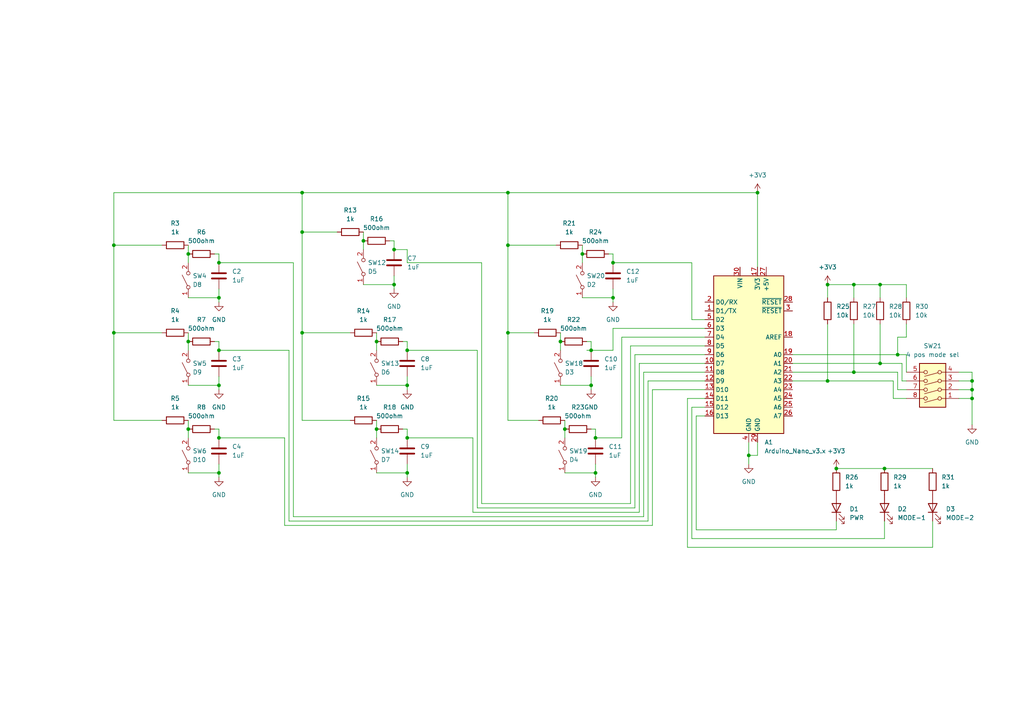
<source format=kicad_sch>
(kicad_sch (version 20211123) (generator eeschema)
  (paper "A4")
  (lib_symbols
    (symbol "Device:C" (pin_numbers hide) (pin_names (offset 0.254))
      (property "Reference" "C" (at 0.635 2.54 0))
      (property "Value" "C" (at 0.635 -2.54 0))
      (symbol "C_0_1"
        (polyline (pts (xy -2.032 -0.762) (xy 2.032 -0.762)) (stroke (width 0.508)))
        (polyline (pts (xy -2.032 0.762) (xy 2.032 0.762)) (stroke (width 0.508)))
      )
      (symbol "C_1_1"
        (pin passive line (at 0 3.81 270) (length 2.794) (name "~") (number "1"))
        (pin passive line (at 0 -3.81 90) (length 2.794) (name "~") (number "2"))
      )
    )
    (symbol "Device:LED" (pin_numbers hide) (pin_names (offset 1.016) hide)
      (property "Reference" "D" (at 0 2.54 0))
      (property "Value" "LED" (at 0 -2.54 0))
      (symbol "LED_0_1"
        (polyline (pts (xy -1.27 -1.27) (xy -1.27 1.27)) (stroke (width 0.254)))
        (polyline (pts (xy -1.27 0) (xy 1.27 0)))
        (polyline (pts (xy 1.27 -1.27) (xy 1.27 1.27) (xy -1.27 0) (xy 1.27 -1.27)) (stroke (width 0.254)))
        (polyline (pts (xy -3.048 -0.762) (xy -4.572 -2.286) (xy -3.81 -2.286) (xy -4.572 -2.286) (xy -4.572 -1.524)))
        (polyline (pts (xy -1.778 -0.762) (xy -3.302 -2.286) (xy -2.54 -2.286) (xy -3.302 -2.286) (xy -3.302 -1.524)))
      )
      (symbol "LED_1_1"
        (pin passive line (at -3.81 0 0) (length 2.54) (name "K") (number "1"))
        (pin passive line (at 3.81 0 180) (length 2.54) (name "A") (number "2"))
      )
    )
    (symbol "Device:R" (pin_numbers hide) (pin_names (offset 0))
      (property "Reference" "R" (at 2.032 0 90))
      (property "Value" "R" (at 0 0 90))
      (symbol "R_0_1"
        (rectangle (start -1.016 -2.54) (end 1.016 2.54) (stroke (width 0.254)))
      )
      (symbol "R_1_1"
        (pin passive line (at 0 3.81 270) (length 1.27) (name "~") (number "1"))
        (pin passive line (at 0 -3.81 90) (length 1.27) (name "~") (number "2"))
      )
    )
    (symbol "MCU_Module:Arduino_Nano_v3.x"
      (property "Reference" "A" (at -10.16 23.495 0))
      (property "Value" "Arduino_Nano_v3.x" (at 5.08 -24.13 0))
      (symbol "Arduino_Nano_v3.x_0_1"
        (rectangle (start -10.16 22.86) (end 10.16 -22.86) (stroke (width 0.254)) (fill (type background)))
      )
      (symbol "Arduino_Nano_v3.x_1_1"
        (pin bidirectional line (at -12.7 12.7 0) (length 2.54) (name "D1/TX") (number "1"))
        (pin bidirectional line (at -12.7 -2.54 0) (length 2.54) (name "D7") (number "10"))
        (pin bidirectional line (at -12.7 -5.08 0) (length 2.54) (name "D8") (number "11"))
        (pin bidirectional line (at -12.7 -7.62 0) (length 2.54) (name "D9") (number "12"))
        (pin bidirectional line (at -12.7 -10.16 0) (length 2.54) (name "D10") (number "13"))
        (pin bidirectional line (at -12.7 -12.7 0) (length 2.54) (name "D11") (number "14"))
        (pin bidirectional line (at -12.7 -15.24 0) (length 2.54) (name "D12") (number "15"))
        (pin bidirectional line (at -12.7 -17.78 0) (length 2.54) (name "D13") (number "16"))
        (pin power_out line (at 2.54 25.4 270) (length 2.54) (name "3V3") (number "17"))
        (pin input line (at 12.7 5.08 180) (length 2.54) (name "AREF") (number "18"))
        (pin bidirectional line (at 12.7 0 180) (length 2.54) (name "A0") (number "19"))
        (pin bidirectional line (at -12.7 15.24 0) (length 2.54) (name "D0/RX") (number "2"))
        (pin bidirectional line (at 12.7 -2.54 180) (length 2.54) (name "A1") (number "20"))
        (pin bidirectional line (at 12.7 -5.08 180) (length 2.54) (name "A2") (number "21"))
        (pin bidirectional line (at 12.7 -7.62 180) (length 2.54) (name "A3") (number "22"))
        (pin bidirectional line (at 12.7 -10.16 180) (length 2.54) (name "A4") (number "23"))
        (pin bidirectional line (at 12.7 -12.7 180) (length 2.54) (name "A5") (number "24"))
        (pin bidirectional line (at 12.7 -15.24 180) (length 2.54) (name "A6") (number "25"))
        (pin bidirectional line (at 12.7 -17.78 180) (length 2.54) (name "A7") (number "26"))
        (pin power_out line (at 5.08 25.4 270) (length 2.54) (name "+5V") (number "27"))
        (pin input line (at 12.7 15.24 180) (length 2.54) (name "~{RESET}") (number "28"))
        (pin power_in line (at 2.54 -25.4 90) (length 2.54) (name "GND") (number "29"))
        (pin input line (at 12.7 12.7 180) (length 2.54) (name "~{RESET}") (number "3"))
        (pin power_in line (at -2.54 25.4 270) (length 2.54) (name "VIN") (number "30"))
        (pin power_in line (at 0 -25.4 90) (length 2.54) (name "GND") (number "4"))
        (pin bidirectional line (at -12.7 10.16 0) (length 2.54) (name "D2") (number "5"))
        (pin bidirectional line (at -12.7 7.62 0) (length 2.54) (name "D3") (number "6"))
        (pin bidirectional line (at -12.7 5.08 0) (length 2.54) (name "D4") (number "7"))
        (pin bidirectional line (at -12.7 2.54 0) (length 2.54) (name "D5") (number "8"))
        (pin bidirectional line (at -12.7 0 0) (length 2.54) (name "D6") (number "9"))
      )
    )
    (symbol "Switch:SW_DIP_x04" (pin_names (offset 0) hide)
      (property "Reference" "SW" (at 0 8.89 0))
      (property "Value" "SW_DIP_x04" (at 0 -6.35 0))
      (symbol "SW_DIP_x04_0_0"
        (circle (center -2.032 -2.54) (radius 0.508))
        (circle (center -2.032 0) (radius 0.508))
        (circle (center -2.032 2.54) (radius 0.508))
        (circle (center -2.032 5.08) (radius 0.508))
        (polyline (pts (xy -1.524 -2.3876) (xy 2.3622 -1.3462)))
        (polyline (pts (xy -1.524 0.127) (xy 2.3622 1.1684)))
        (polyline (pts (xy -1.524 2.667) (xy 2.3622 3.7084)))
        (polyline (pts (xy -1.524 5.207) (xy 2.3622 6.2484)))
        (circle (center 2.032 -2.54) (radius 0.508))
        (circle (center 2.032 0) (radius 0.508))
        (circle (center 2.032 2.54) (radius 0.508))
        (circle (center 2.032 5.08) (radius 0.508))
      )
      (symbol "SW_DIP_x04_0_1"
        (rectangle (start -3.81 7.62) (end 3.81 -5.08) (stroke (width 0.254)) (fill (type background)))
      )
      (symbol "SW_DIP_x04_1_1"
        (pin passive line (at -7.62 5.08 0) (length 5.08) (name "~") (number "1"))
        (pin passive line (at -7.62 2.54 0) (length 5.08) (name "~") (number "2"))
        (pin passive line (at -7.62 0 0) (length 5.08) (name "~") (number "3"))
        (pin passive line (at -7.62 -2.54 0) (length 5.08) (name "~") (number "4"))
        (pin passive line (at 7.62 -2.54 180) (length 5.08) (name "~") (number "5"))
        (pin passive line (at 7.62 0 180) (length 5.08) (name "~") (number "6"))
        (pin passive line (at 7.62 2.54 180) (length 5.08) (name "~") (number "7"))
        (pin passive line (at 7.62 5.08 180) (length 5.08) (name "~") (number "8"))
      )
    )
    (symbol "Switch:SW_SPST" (pin_names (offset 0) hide)
      (property "Reference" "SW" (at 0 3.175 0))
      (property "Value" "SW_SPST" (at 0 -2.54 0))
      (symbol "SW_SPST_0_0"
        (circle (center -2.032 0) (radius 0.508))
        (polyline (pts (xy -1.524 0.254) (xy 1.524 1.778)))
        (circle (center 2.032 0) (radius 0.508))
      )
      (symbol "SW_SPST_1_1"
        (pin passive line (at -5.08 0 0) (length 2.54) (name "A") (number "1"))
        (pin passive line (at 5.08 0 180) (length 2.54) (name "B") (number "2"))
      )
    )
    (symbol "power:+3.3V" (power) (pin_names (offset 0))
      (property "Value" "+3.3V" (at 0 3.556 0))
      (symbol "+3.3V_0_1"
        (polyline (pts (xy -0.762 1.27) (xy 0 2.54)))
        (polyline (pts (xy 0 0) (xy 0 2.54)))
        (polyline (pts (xy 0 2.54) (xy 0.762 1.27)))
      )
      (symbol "+3.3V_1_1"
        (pin power_in line (at 0 0 90) (length 0) hide (name "+3V3") (number "1"))
      )
    )
    (symbol "power:GND" (power) (pin_names (offset 0))
      (property "Value" "GND" (at 0 -3.81 0))
      (symbol "GND_0_1"
        (polyline (pts (xy 0 0) (xy 0 -1.27) (xy 1.27 -1.27) (xy 0 -2.54) (xy -1.27 -1.27) (xy 0 -1.27)))
      )
      (symbol "GND_1_1"
        (pin power_in line (at 0 0 270) (length 0) hide (name "GND") (number "1"))
      )
    )
  )
  (junction (at 105.41 69.85))
  (junction (at 63.5 127))
  (junction (at 87.63 96.52))
  (junction (at 171.45 111.76))
  (junction (at 281.94 113.03))
  (junction (at 240.03 82.55))
  (junction (at 87.63 67.31))
  (junction (at 54.61 73.66))
  (junction (at 109.22 99.06))
  (junction (at 162.56 99.06))
  (junction (at 118.11 127))
  (junction (at 118.11 101.6))
  (junction (at 33.02 96.52))
  (junction (at 63.5 86.36))
  (junction (at 255.27 105.41))
  (junction (at 114.3 72.39))
  (junction (at 247.65 82.55))
  (junction (at 177.8 76.2))
  (junction (at 109.22 124.46))
  (junction (at 281.94 115.57))
  (junction (at 118.11 137.16))
  (junction (at 240.03 110.49))
  (junction (at 33.02 71.12))
  (junction (at 256.54 135.89))
  (junction (at 54.61 124.46))
  (junction (at 281.94 110.49))
  (junction (at 171.45 101.6))
  (junction (at 172.72 127))
  (junction (at 118.11 111.76))
  (junction (at 163.83 124.46))
  (junction (at 63.5 137.16))
  (junction (at 63.5 101.6))
  (junction (at 114.3 82.55))
  (junction (at 147.32 71.12))
  (junction (at 54.61 99.06))
  (junction (at 219.71 55.88))
  (junction (at 168.91 73.66))
  (junction (at 260.35 102.87))
  (junction (at 87.63 55.88))
  (junction (at 255.27 82.55))
  (junction (at 217.17 132.08))
  (junction (at 177.8 86.36))
  (junction (at 147.32 96.52))
  (junction (at 147.32 55.88))
  (junction (at 63.5 76.2))
  (junction (at 63.5 111.76))
  (junction (at 242.57 135.89))
  (junction (at 172.72 137.16))
  (junction (at 247.65 107.95))
  (wire (pts (xy 247.65 82.55) (xy 247.65 86.36)))
  (wire (pts (xy 186.69 149.86) (xy 186.69 107.95)))
  (wire (pts (xy 114.3 72.39) (xy 118.11 72.39)))
  (wire (pts (xy 177.8 95.25) (xy 204.47 95.25)))
  (wire (pts (xy 137.16 148.59) (xy 185.42 148.59)))
  (wire (pts (xy 242.57 135.89) (xy 256.54 135.89)))
  (wire (pts (xy 139.7 146.05) (xy 182.88 146.05)))
  (wire (pts (xy 200.66 118.11) (xy 204.47 118.11)))
  (wire (pts (xy 162.56 96.52) (xy 162.56 99.06)))
  (wire (pts (xy 118.11 111.76) (xy 118.11 113.03)))
  (wire (pts (xy 247.65 107.95) (xy 260.35 107.95)))
  (wire (pts (xy 63.5 127) (xy 82.55 127)))
  (wire (pts (xy 138.43 147.32) (xy 184.15 147.32)))
  (wire (pts (xy 63.5 83.82) (xy 63.5 86.36)))
  (wire (pts (xy 147.32 55.88) (xy 87.63 55.88)))
  (wire (pts (xy 172.72 127) (xy 180.34 127)))
  (wire (pts (xy 118.11 101.6) (xy 138.43 101.6)))
  (wire (pts (xy 109.22 137.16) (xy 118.11 137.16)))
  (wire (pts (xy 260.35 102.87) (xy 262.89 102.87)))
  (wire (pts (xy 63.5 73.66) (xy 62.23 73.66)))
  (wire (pts (xy 201.93 153.67) (xy 242.57 153.67)))
  (wire (pts (xy 118.11 76.2) (xy 118.11 72.39)))
  (wire (pts (xy 87.63 96.52) (xy 87.63 121.92)))
  (wire (pts (xy 229.87 110.49) (xy 240.03 110.49)))
  (wire (pts (xy 262.89 97.79) (xy 260.35 97.79)))
  (wire (pts (xy 83.82 151.13) (xy 187.96 151.13)))
  (wire (pts (xy 82.55 152.4) (xy 189.23 152.4)))
  (wire (pts (xy 172.72 127) (xy 172.72 124.46)))
  (wire (pts (xy 147.32 55.88) (xy 147.32 71.12)))
  (wire (pts (xy 63.5 76.2) (xy 63.5 73.66)))
  (wire (pts (xy 171.45 101.6) (xy 171.45 99.06)))
  (wire (pts (xy 186.69 107.95) (xy 204.47 107.95)))
  (wire (pts (xy 138.43 101.6) (xy 138.43 147.32)))
  (wire (pts (xy 217.17 132.08) (xy 217.17 134.62)))
  (wire (pts (xy 184.15 102.87) (xy 184.15 147.32)))
  (wire (pts (xy 63.5 137.16) (xy 63.5 138.43)))
  (wire (pts (xy 171.45 111.76) (xy 171.45 113.03)))
  (wire (pts (xy 163.83 137.16) (xy 172.72 137.16)))
  (wire (pts (xy 199.39 115.57) (xy 199.39 158.75)))
  (wire (pts (xy 139.7 76.2) (xy 139.7 146.05)))
  (wire (pts (xy 54.61 124.46) (xy 54.61 127)))
  (wire (pts (xy 54.61 137.16) (xy 63.5 137.16)))
  (wire (pts (xy 118.11 134.62) (xy 118.11 137.16)))
  (wire (pts (xy 247.65 82.55) (xy 255.27 82.55)))
  (wire (pts (xy 200.66 156.21) (xy 200.66 118.11)))
  (wire (pts (xy 180.34 127) (xy 180.34 97.79)))
  (wire (pts (xy 199.39 158.75) (xy 270.51 158.75)))
  (wire (pts (xy 118.11 76.2) (xy 139.7 76.2)))
  (wire (pts (xy 200.66 76.2) (xy 200.66 92.71)))
  (wire (pts (xy 163.83 124.46) (xy 163.83 127)))
  (wire (pts (xy 168.91 71.12) (xy 168.91 73.66)))
  (wire (pts (xy 118.11 99.06) (xy 116.84 99.06)))
  (wire (pts (xy 63.5 86.36) (xy 63.5 87.63)))
  (wire (pts (xy 240.03 86.36) (xy 240.03 82.55)))
  (wire (pts (xy 114.3 72.39) (xy 114.3 69.85)))
  (wire (pts (xy 219.71 77.47) (xy 219.71 55.88)))
  (wire (pts (xy 63.5 111.76) (xy 63.5 113.03)))
  (wire (pts (xy 170.18 101.6) (xy 171.45 101.6)))
  (wire (pts (xy 229.87 102.87) (xy 260.35 102.87)))
  (wire (pts (xy 118.11 127) (xy 118.11 124.46)))
  (wire (pts (xy 85.09 149.86) (xy 186.69 149.86)))
  (wire (pts (xy 118.11 137.16) (xy 118.11 138.43)))
  (wire (pts (xy 172.72 124.46) (xy 171.45 124.46)))
  (wire (pts (xy 219.71 128.27) (xy 219.71 132.08)))
  (wire (pts (xy 171.45 99.06) (xy 170.18 99.06)))
  (wire (pts (xy 87.63 96.52) (xy 101.6 96.52)))
  (wire (pts (xy 240.03 110.49) (xy 259.08 110.49)))
  (wire (pts (xy 262.89 102.87) (xy 262.89 107.95)))
  (wire (pts (xy 177.8 83.82) (xy 177.8 86.36)))
  (wire (pts (xy 147.32 96.52) (xy 147.32 121.92)))
  (wire (pts (xy 255.27 93.98) (xy 255.27 105.41)))
  (wire (pts (xy 177.8 101.6) (xy 177.8 95.25)))
  (wire (pts (xy 163.83 121.92) (xy 163.83 124.46)))
  (wire (pts (xy 229.87 105.41) (xy 255.27 105.41)))
  (wire (pts (xy 54.61 111.76) (xy 63.5 111.76)))
  (wire (pts (xy 147.32 96.52) (xy 154.94 96.52)))
  (wire (pts (xy 109.22 96.52) (xy 109.22 99.06)))
  (wire (pts (xy 261.62 110.49) (xy 262.89 110.49)))
  (wire (pts (xy 217.17 128.27) (xy 217.17 132.08)))
  (wire (pts (xy 177.8 86.36) (xy 177.8 87.63)))
  (wire (pts (xy 281.94 110.49) (xy 278.13 110.49)))
  (wire (pts (xy 33.02 71.12) (xy 46.99 71.12)))
  (wire (pts (xy 256.54 151.13) (xy 256.54 156.21)))
  (wire (pts (xy 87.63 121.92) (xy 101.6 121.92)))
  (wire (pts (xy 256.54 135.89) (xy 270.51 135.89)))
  (wire (pts (xy 87.63 67.31) (xy 87.63 96.52)))
  (wire (pts (xy 109.22 111.76) (xy 118.11 111.76)))
  (wire (pts (xy 259.08 110.49) (xy 259.08 115.57)))
  (wire (pts (xy 262.89 82.55) (xy 262.89 86.36)))
  (wire (pts (xy 260.35 107.95) (xy 260.35 113.03)))
  (wire (pts (xy 281.94 113.03) (xy 281.94 115.57)))
  (wire (pts (xy 229.87 107.95) (xy 247.65 107.95)))
  (wire (pts (xy 109.22 124.46) (xy 109.22 127)))
  (wire (pts (xy 185.42 105.41) (xy 204.47 105.41)))
  (wire (pts (xy 137.16 127) (xy 137.16 148.59)))
  (wire (pts (xy 260.35 97.79) (xy 260.35 102.87)))
  (wire (pts (xy 63.5 127) (xy 63.5 124.46)))
  (wire (pts (xy 33.02 55.88) (xy 87.63 55.88)))
  (wire (pts (xy 54.61 99.06) (xy 54.61 101.6)))
  (wire (pts (xy 33.02 121.92) (xy 46.99 121.92)))
  (wire (pts (xy 255.27 82.55) (xy 262.89 82.55)))
  (wire (pts (xy 172.72 134.62) (xy 172.72 137.16)))
  (wire (pts (xy 87.63 67.31) (xy 97.79 67.31)))
  (wire (pts (xy 180.34 97.79) (xy 204.47 97.79)))
  (wire (pts (xy 54.61 86.36) (xy 63.5 86.36)))
  (wire (pts (xy 262.89 93.98) (xy 262.89 97.79)))
  (wire (pts (xy 185.42 148.59) (xy 185.42 105.41)))
  (wire (pts (xy 240.03 93.98) (xy 240.03 110.49)))
  (wire (pts (xy 278.13 115.57) (xy 281.94 115.57)))
  (wire (pts (xy 168.91 73.66) (xy 168.91 76.2)))
  (wire (pts (xy 54.61 121.92) (xy 54.61 124.46)))
  (wire (pts (xy 261.62 105.41) (xy 261.62 110.49)))
  (wire (pts (xy 240.03 82.55) (xy 247.65 82.55)))
  (wire (pts (xy 187.96 110.49) (xy 204.47 110.49)))
  (wire (pts (xy 54.61 96.52) (xy 54.61 99.06)))
  (wire (pts (xy 172.72 137.16) (xy 172.72 138.43)))
  (wire (pts (xy 281.94 115.57) (xy 281.94 123.19)))
  (wire (pts (xy 118.11 101.6) (xy 118.11 99.06)))
  (wire (pts (xy 63.5 101.6) (xy 63.5 99.06)))
  (wire (pts (xy 177.8 73.66) (xy 176.53 73.66)))
  (wire (pts (xy 177.8 76.2) (xy 200.66 76.2)))
  (wire (pts (xy 109.22 99.06) (xy 109.22 101.6)))
  (wire (pts (xy 147.32 121.92) (xy 156.21 121.92)))
  (wire (pts (xy 171.45 101.6) (xy 177.8 101.6)))
  (wire (pts (xy 182.88 146.05) (xy 182.88 100.33)))
  (wire (pts (xy 105.41 69.85) (xy 105.41 72.39)))
  (wire (pts (xy 278.13 107.95) (xy 281.94 107.95)))
  (wire (pts (xy 189.23 113.03) (xy 204.47 113.03)))
  (wire (pts (xy 33.02 71.12) (xy 33.02 96.52)))
  (wire (pts (xy 118.11 127) (xy 137.16 127)))
  (wire (pts (xy 118.11 124.46) (xy 116.84 124.46)))
  (wire (pts (xy 109.22 121.92) (xy 109.22 124.46)))
  (wire (pts (xy 63.5 101.6) (xy 83.82 101.6)))
  (wire (pts (xy 270.51 158.75) (xy 270.51 151.13)))
  (wire (pts (xy 168.91 86.36) (xy 177.8 86.36)))
  (wire (pts (xy 255.27 82.55) (xy 255.27 86.36)))
  (wire (pts (xy 63.5 76.2) (xy 85.09 76.2)))
  (wire (pts (xy 33.02 96.52) (xy 46.99 96.52)))
  (wire (pts (xy 147.32 71.12) (xy 161.29 71.12)))
  (wire (pts (xy 54.61 73.66) (xy 54.61 76.2)))
  (wire (pts (xy 278.13 113.03) (xy 281.94 113.03)))
  (wire (pts (xy 147.32 71.12) (xy 147.32 96.52)))
  (wire (pts (xy 114.3 69.85) (xy 113.03 69.85)))
  (wire (pts (xy 54.61 71.12) (xy 54.61 73.66)))
  (wire (pts (xy 260.35 113.03) (xy 262.89 113.03)))
  (wire (pts (xy 63.5 124.46) (xy 62.23 124.46)))
  (wire (pts (xy 114.3 82.55) (xy 114.3 83.82)))
  (wire (pts (xy 162.56 111.76) (xy 171.45 111.76)))
  (wire (pts (xy 82.55 127) (xy 82.55 152.4)))
  (wire (pts (xy 63.5 99.06) (xy 62.23 99.06)))
  (wire (pts (xy 162.56 99.06) (xy 162.56 101.6)))
  (wire (pts (xy 201.93 153.67) (xy 201.93 120.65)))
  (wire (pts (xy 189.23 152.4) (xy 189.23 113.03)))
  (wire (pts (xy 182.88 100.33) (xy 204.47 100.33)))
  (wire (pts (xy 200.66 92.71) (xy 204.47 92.71)))
  (wire (pts (xy 63.5 109.22) (xy 63.5 111.76)))
  (wire (pts (xy 147.32 55.88) (xy 219.71 55.88)))
  (wire (pts (xy 177.8 76.2) (xy 177.8 73.66)))
  (wire (pts (xy 219.71 132.08) (xy 217.17 132.08)))
  (wire (pts (xy 33.02 55.88) (xy 33.02 71.12)))
  (wire (pts (xy 171.45 109.22) (xy 171.45 111.76)))
  (wire (pts (xy 247.65 93.98) (xy 247.65 107.95)))
  (wire (pts (xy 87.63 55.88) (xy 87.63 67.31)))
  (wire (pts (xy 114.3 80.01) (xy 114.3 82.55)))
  (wire (pts (xy 281.94 110.49) (xy 281.94 113.03)))
  (wire (pts (xy 201.93 120.65) (xy 204.47 120.65)))
  (wire (pts (xy 184.15 102.87) (xy 204.47 102.87)))
  (wire (pts (xy 200.66 156.21) (xy 256.54 156.21)))
  (wire (pts (xy 255.27 105.41) (xy 261.62 105.41)))
  (wire (pts (xy 118.11 109.22) (xy 118.11 111.76)))
  (wire (pts (xy 105.41 82.55) (xy 114.3 82.55)))
  (wire (pts (xy 63.5 134.62) (xy 63.5 137.16)))
  (wire (pts (xy 187.96 151.13) (xy 187.96 110.49)))
  (wire (pts (xy 33.02 96.52) (xy 33.02 121.92)))
  (wire (pts (xy 242.57 151.13) (xy 242.57 153.67)))
  (wire (pts (xy 105.41 67.31) (xy 105.41 69.85)))
  (wire (pts (xy 259.08 115.57) (xy 262.89 115.57)))
  (wire (pts (xy 204.47 115.57) (xy 199.39 115.57)))
  (wire (pts (xy 281.94 107.95) (xy 281.94 110.49)))
  (wire (pts (xy 85.09 76.2) (xy 85.09 149.86)))
  (wire (pts (xy 83.82 101.6) (xy 83.82 151.13)))
  (symbol (lib_id "Device:R") (at 50.8 71.12 270) (unit 1)
    (property "Reference" "R3" (at 50.8 64.77 90))
    (property "Value" "1k" (at 50.8 67.31 90))
    (property "Footprint" "Resistor_SMD:R_0805_2012Metric_Pad1.20x1.40mm_HandSolder" (effects hide))
  )
  (symbol (lib_id "MCU_Module:Arduino_Nano_v3.x") (at 217.17 102.87 0) (unit 1)
    (property "Reference" "A1" (at 221.7294 128.27 0) (effects (justify left)))
    (property "Value" "Arduino_Nano_v3.x" (at 221.7294 130.81 0) (effects (justify left)))
    (property "Footprint" "Module:Arduino_Nano" (effects hide))
    (property "Datasheet" "http://www.mouser.com/pdfdocs/Gravitech_Arduino_Nano3_0.pdf" (effects hide))
  )
  (symbol (lib_id "Switch:SW_DIP_x04") (at 270.51 110.49 180) (unit 1)
    (property "Reference" "SW21" (at 270.51 100.33 0))
    (property "Value" "4 pos mode sel" (at 270.51 102.87 0))
    (property "Footprint" "Package_DIP:DIP-8_W7.62mm" (effects hide))
  )
  (symbol (lib_id "Switch:SW_SPST") (at 168.91 81.28 90) (unit 1)
    (property "Reference" "SW20" (at 170.18 80.0099 90) (effects (justify right)))
    (property "Value" "D2" (at 170.18 82.5499 90) (effects (justify right)))
    (property "Footprint" "Button_Switch_Keyboard:SW_Cherry_MX_1.00u_PCB" (effects hide))
  )
  (symbol (lib_id "Device:R") (at 109.22 69.85 270) (unit 1)
    (property "Reference" "R16" (at 109.22 63.5 90))
    (property "Value" "500ohm" (at 109.22 66.04 90))
    (property "Footprint" "Resistor_SMD:R_0805_2012Metric_Pad1.20x1.40mm_HandSolder" (effects hide))
  )
  (symbol (lib_id "Device:R") (at 247.65 90.17 0) (unit 1)
    (property "Reference" "R27" (at 250.19 88.8999 0) (effects (justify left)))
    (property "Value" "10k" (at 250.19 91.4399 0) (effects (justify left)))
    (property "Footprint" "Resistor_SMD:R_0805_2012Metric_Pad1.20x1.40mm_HandSolder" (effects hide))
  )
  (symbol (lib_id "Device:R") (at 105.41 121.92 270) (unit 1)
    (property "Reference" "R15" (at 105.41 115.57 90))
    (property "Value" "1k" (at 105.41 118.11 90))
    (property "Footprint" "Resistor_SMD:R_0805_2012Metric_Pad1.20x1.40mm_HandSolder" (effects hide))
  )
  (symbol (lib_id "Device:R") (at 160.02 121.92 270) (unit 1)
    (property "Reference" "R20" (at 160.02 115.57 90))
    (property "Value" "1k" (at 160.02 118.11 90))
    (property "Footprint" "Resistor_SMD:R_0805_2012Metric_Pad1.20x1.40mm_HandSolder" (effects hide))
  )
  (symbol (lib_id "power:GND") (at 281.94 123.19 0) (unit 1)
    (property "Reference" "#PWR0112" (effects hide))
    (property "Value" "GND" (at 281.94 128.27 0))
  )
  (symbol (lib_id "Device:R") (at 113.03 124.46 270) (unit 1)
    (property "Reference" "R18" (at 113.03 118.11 90))
    (property "Value" "500ohm" (at 113.03 120.65 90))
    (property "Footprint" "Resistor_SMD:R_0805_2012Metric_Pad1.20x1.40mm_HandSolder" (effects hide))
  )
  (symbol (lib_id "Device:C") (at 63.5 130.81 0) (unit 1)
    (property "Reference" "C4" (at 67.31 129.5399 0) (effects (justify left)))
    (property "Value" "1uF" (at 67.31 132.0799 0) (effects (justify left)))
    (property "Footprint" "Capacitor_SMD:C_0805_2012Metric_Pad1.18x1.45mm_HandSolder" (effects hide))
  )
  (symbol (lib_id "Device:R") (at 105.41 96.52 270) (unit 1)
    (property "Reference" "R14" (at 105.41 90.17 90))
    (property "Value" "1k" (at 105.41 92.71 90))
    (property "Footprint" "Resistor_SMD:R_0805_2012Metric_Pad1.20x1.40mm_HandSolder" (effects hide))
  )
  (symbol (lib_id "Device:R") (at 58.42 99.06 270) (unit 1)
    (property "Reference" "R7" (at 58.42 92.71 90))
    (property "Value" "500ohm" (at 58.42 95.25 90))
    (property "Footprint" "Resistor_SMD:R_0805_2012Metric_Pad1.20x1.40mm_HandSolder" (effects hide))
  )
  (symbol (lib_id "Device:R") (at 240.03 90.17 0) (unit 1)
    (property "Reference" "R25" (at 242.57 88.8999 0) (effects (justify left)))
    (property "Value" "10k" (at 242.57 91.4399 0) (effects (justify left)))
    (property "Footprint" "Resistor_SMD:R_0805_2012Metric_Pad1.20x1.40mm_HandSolder" (effects hide))
  )
  (symbol (lib_id "Switch:SW_SPST") (at 163.83 132.08 90) (unit 1)
    (property "Reference" "SW19" (at 165.1 130.8099 90) (effects (justify right)))
    (property "Value" "D4" (at 165.1 133.3499 90) (effects (justify right)))
    (property "Footprint" "Button_Switch_Keyboard:SW_Cherry_MX_1.00u_PCB" (effects hide))
  )
  (symbol (lib_id "Device:C") (at 177.8 80.01 0) (unit 1)
    (property "Reference" "C12" (at 181.61 78.7399 0) (effects (justify left)))
    (property "Value" "1uF" (at 181.61 81.2799 0) (effects (justify left)))
    (property "Footprint" "Capacitor_SMD:C_0805_2012Metric_Pad1.18x1.45mm_HandSolder" (effects hide))
  )
  (symbol (lib_id "Device:R") (at 101.6 67.31 270) (unit 1)
    (property "Reference" "R13" (at 101.6 60.96 90))
    (property "Value" "1k" (at 101.6 63.5 90))
    (property "Footprint" "Resistor_SMD:R_0805_2012Metric_Pad1.20x1.40mm_HandSolder" (effects hide))
  )
  (symbol (lib_id "Device:R") (at 158.75 96.52 270) (unit 1)
    (property "Reference" "R19" (at 158.75 90.17 90))
    (property "Value" "1k" (at 158.75 92.71 90))
    (property "Footprint" "Resistor_SMD:R_0805_2012Metric_Pad1.20x1.40mm_HandSolder" (effects hide))
  )
  (symbol (lib_id "Device:C") (at 118.11 105.41 0) (unit 1)
    (property "Reference" "C8" (at 121.92 104.1399 0) (effects (justify left)))
    (property "Value" "1uF" (at 121.92 106.6799 0) (effects (justify left)))
    (property "Footprint" "Capacitor_SMD:C_0805_2012Metric_Pad1.18x1.45mm_HandSolder" (effects hide))
  )
  (symbol (lib_id "power:GND") (at 63.5 87.63 0) (unit 1)
    (property "Reference" "#PWR0116" (effects hide))
    (property "Value" "GND" (at 63.5 92.71 0))
  )
  (symbol (lib_id "power:GND") (at 118.11 113.03 0) (unit 1)
    (property "Reference" "#PWR0110" (effects hide))
    (property "Value" "GND" (at 118.11 118.11 0))
  )
  (symbol (lib_id "power:GND") (at 63.5 113.03 0) (unit 1)
    (property "Reference" "#PWR0117" (effects hide))
    (property "Value" "GND" (at 63.5 118.11 0))
  )
  (symbol (lib_id "Switch:SW_SPST") (at 54.61 81.28 90) (unit 1)
    (property "Reference" "SW4" (at 55.88 80.0099 90) (effects (justify right)))
    (property "Value" "D8" (at 55.88 82.5499 90) (effects (justify right)))
    (property "Footprint" "Button_Switch_Keyboard:SW_Cherry_MX_1.00u_PCB" (effects hide))
  )
  (symbol (lib_id "Device:R") (at 256.54 139.7 0) (unit 1)
    (property "Reference" "R29" (at 259.08 138.4299 0) (effects (justify left)))
    (property "Value" "1k" (at 259.08 140.9699 0) (effects (justify left)))
    (property "Footprint" "Resistor_SMD:R_0805_2012Metric_Pad1.20x1.40mm_HandSolder" (effects hide))
  )
  (symbol (lib_id "Device:R") (at 167.64 124.46 270) (unit 1)
    (property "Reference" "R23" (at 167.64 118.11 90))
    (property "Value" "500ohm" (at 167.64 120.65 90))
    (property "Footprint" "Resistor_SMD:R_0805_2012Metric_Pad1.20x1.40mm_HandSolder" (effects hide))
  )
  (symbol (lib_id "Device:R") (at 166.37 99.06 270) (unit 1)
    (property "Reference" "R22" (at 166.37 92.71 90))
    (property "Value" "500ohm" (at 166.37 95.25 90))
    (property "Footprint" "Resistor_SMD:R_0805_2012Metric_Pad1.20x1.40mm_HandSolder" (effects hide))
  )
  (symbol (lib_id "Device:C") (at 114.3 76.2 0) (unit 1)
    (property "Reference" "C7" (at 118.11 74.9299 0) (effects (justify left)))
    (property "Value" "1uF" (at 118.11 77.4699 0) (effects (justify left)))
    (property "Footprint" "Capacitor_SMD:C_0805_2012Metric_Pad1.18x1.45mm_HandSolder" (effects hide))
  )
  (symbol (lib_id "Device:R") (at 242.57 139.7 0) (unit 1)
    (property "Reference" "R26" (at 245.11 138.4299 0) (effects (justify left)))
    (property "Value" "1k" (at 245.11 140.9699 0) (effects (justify left)))
    (property "Footprint" "Resistor_SMD:R_0805_2012Metric_Pad1.20x1.40mm_HandSolder" (effects hide))
  )
  (symbol (lib_id "power:+3.3V") (at 240.03 82.55 0) (unit 1)
    (property "Reference" "#PWR0111" (effects hide))
    (property "Value" "+3.3V" (at 240.03 77.47 0))
  )
  (symbol (lib_id "Device:C") (at 172.72 130.81 0) (unit 1)
    (property "Reference" "C11" (at 176.53 129.5399 0) (effects (justify left)))
    (property "Value" "1uF" (at 176.53 132.0799 0) (effects (justify left)))
    (property "Footprint" "Capacitor_SMD:C_0805_2012Metric_Pad1.18x1.45mm_HandSolder" (effects hide))
  )
  (symbol (lib_id "power:GND") (at 217.17 134.62 0) (unit 1)
    (property "Reference" "#PWR0114" (effects hide))
    (property "Value" "GND" (at 217.17 139.7 0))
  )
  (symbol (lib_id "Device:R") (at 58.42 73.66 270) (unit 1)
    (property "Reference" "R6" (at 58.42 67.31 90))
    (property "Value" "500ohm" (at 58.42 69.85 90))
    (property "Footprint" "Resistor_SMD:R_0805_2012Metric_Pad1.20x1.40mm_HandSolder" (effects hide))
  )
  (symbol (lib_id "Device:C") (at 118.11 130.81 0) (unit 1)
    (property "Reference" "C9" (at 121.92 129.5399 0) (effects (justify left)))
    (property "Value" "1uF" (at 121.92 132.0799 0) (effects (justify left)))
    (property "Footprint" "Capacitor_SMD:C_0805_2012Metric_Pad1.18x1.45mm_HandSolder" (effects hide))
  )
  (symbol (lib_id "power:GND") (at 177.8 87.63 0) (unit 1)
    (property "Reference" "#PWR0103" (effects hide))
    (property "Value" "GND" (at 177.8 92.71 0))
  )
  (symbol (lib_id "Switch:SW_SPST") (at 54.61 106.68 90) (unit 1)
    (property "Reference" "SW5" (at 55.88 105.4099 90) (effects (justify right)))
    (property "Value" "D9" (at 55.88 107.9499 90) (effects (justify right)))
    (property "Footprint" "Button_Switch_Keyboard:SW_Cherry_MX_1.00u_PCB" (effects hide))
  )
  (symbol (lib_id "Device:LED") (at 242.57 147.32 90) (unit 1)
    (property "Reference" "D1" (at 246.38 147.6374 90) (effects (justify right)))
    (property "Value" "PWR" (at 246.38 150.1774 90) (effects (justify right)))
    (property "Footprint" "LED_SMD:LED_0805_2012Metric_Pad1.15x1.40mm_HandSolder" (effects hide))
  )
  (symbol (lib_id "Device:R") (at 255.27 90.17 0) (unit 1)
    (property "Reference" "R28" (at 257.81 88.8999 0) (effects (justify left)))
    (property "Value" "10k" (at 257.81 91.4399 0) (effects (justify left)))
    (property "Footprint" "Resistor_SMD:R_0805_2012Metric_Pad1.20x1.40mm_HandSolder" (effects hide))
  )
  (symbol (lib_id "Device:R") (at 172.72 73.66 270) (unit 1)
    (property "Reference" "R24" (at 172.72 67.31 90))
    (property "Value" "500ohm" (at 172.72 69.85 90))
    (property "Footprint" "Resistor_SMD:R_0805_2012Metric_Pad1.20x1.40mm_HandSolder" (effects hide))
  )
  (symbol (lib_id "Device:R") (at 50.8 121.92 270) (unit 1)
    (property "Reference" "R5" (at 50.8 115.57 90))
    (property "Value" "1k" (at 50.8 118.11 90))
    (property "Footprint" "Resistor_SMD:R_0805_2012Metric_Pad1.20x1.40mm_HandSolder" (effects hide))
  )
  (symbol (lib_id "Device:C") (at 63.5 105.41 0) (unit 1)
    (property "Reference" "C3" (at 67.31 104.1399 0) (effects (justify left)))
    (property "Value" "1uF" (at 67.31 106.6799 0) (effects (justify left)))
    (property "Footprint" "Capacitor_SMD:C_0805_2012Metric_Pad1.18x1.45mm_HandSolder" (effects hide))
  )
  (symbol (lib_id "Device:R") (at 113.03 99.06 270) (unit 1)
    (property "Reference" "R17" (at 113.03 92.71 90))
    (property "Value" "500ohm" (at 113.03 95.25 90))
    (property "Footprint" "Resistor_SMD:R_0805_2012Metric_Pad1.20x1.40mm_HandSolder" (effects hide))
  )
  (symbol (lib_id "Device:C") (at 171.45 105.41 0) (unit 1)
    (property "Reference" "C10" (at 175.26 104.1399 0) (effects (justify left)))
    (property "Value" "1uF" (at 175.26 106.6799 0) (effects (justify left)))
    (property "Footprint" "Capacitor_SMD:C_0805_2012Metric_Pad1.18x1.45mm_HandSolder" (effects hide))
  )
  (symbol (lib_id "Switch:SW_SPST") (at 162.56 106.68 90) (unit 1)
    (property "Reference" "SW18" (at 163.83 105.4099 90) (effects (justify right)))
    (property "Value" "D3" (at 163.83 107.9499 90) (effects (justify right)))
    (property "Footprint" "Button_Switch_Keyboard:SW_Cherry_MX_1.00u_PCB" (effects hide))
  )
  (symbol (lib_id "power:+3.3V") (at 219.71 55.88 0) (unit 1)
    (property "Reference" "#PWR0102" (effects hide))
    (property "Value" "+3.3V" (at 219.71 50.8 0))
  )
  (symbol (lib_id "Device:LED") (at 270.51 147.32 90) (unit 1)
    (property "Reference" "D3" (at 274.32 147.6374 90) (effects (justify right)))
    (property "Value" "MODE-2" (at 274.32 150.1774 90) (effects (justify right)))
    (property "Footprint" "LED_SMD:LED_0805_2012Metric_Pad1.15x1.40mm_HandSolder" (effects hide))
  )
  (symbol (lib_id "Device:R") (at 165.1 71.12 270) (unit 1)
    (property "Reference" "R21" (at 165.1 64.77 90))
    (property "Value" "1k" (at 165.1 67.31 90))
    (property "Footprint" "Resistor_SMD:R_0805_2012Metric_Pad1.20x1.40mm_HandSolder" (effects hide))
  )
  (symbol (lib_id "Switch:SW_SPST") (at 105.41 77.47 90) (unit 1)
    (property "Reference" "SW12" (at 106.68 76.1999 90) (effects (justify right)))
    (property "Value" "D5" (at 106.68 78.7399 90) (effects (justify right)))
    (property "Footprint" "Button_Switch_Keyboard:SW_Cherry_MX_1.00u_PCB" (effects hide))
  )
  (symbol (lib_id "Switch:SW_SPST") (at 109.22 106.68 90) (unit 1)
    (property "Reference" "SW13" (at 110.49 105.4099 90) (effects (justify right)))
    (property "Value" "D6" (at 110.49 107.9499 90) (effects (justify right)))
    (property "Footprint" "Button_Switch_Keyboard:SW_Cherry_MX_1.00u_PCB" (effects hide))
  )
  (symbol (lib_id "power:GND") (at 63.5 138.43 0) (unit 1)
    (property "Reference" "#PWR0118" (effects hide))
    (property "Value" "GND" (at 63.5 143.51 0))
  )
  (symbol (lib_id "Device:R") (at 262.89 90.17 0) (unit 1)
    (property "Reference" "R30" (at 265.43 88.8999 0) (effects (justify left)))
    (property "Value" "10k" (at 265.43 91.4399 0) (effects (justify left)))
    (property "Footprint" "Resistor_SMD:R_0805_2012Metric_Pad1.20x1.40mm_HandSolder" (effects hide))
  )
  (symbol (lib_id "power:+3.3V") (at 242.57 135.89 0) (unit 1)
    (property "Reference" "#PWR0113" (effects hide))
    (property "Value" "+3.3V" (at 242.57 130.81 0))
  )
  (symbol (lib_id "Device:R") (at 50.8 96.52 270) (unit 1)
    (property "Reference" "R4" (at 50.8 90.17 90))
    (property "Value" "1k" (at 50.8 92.71 90))
    (property "Footprint" "Resistor_SMD:R_0805_2012Metric_Pad1.20x1.40mm_HandSolder" (effects hide))
  )
  (symbol (lib_id "Switch:SW_SPST") (at 54.61 132.08 90) (unit 1)
    (property "Reference" "SW6" (at 55.88 130.8099 90) (effects (justify right)))
    (property "Value" "D10" (at 55.88 133.3499 90) (effects (justify right)))
    (property "Footprint" "Button_Switch_Keyboard:SW_Cherry_MX_1.00u_PCB" (effects hide))
  )
  (symbol (lib_id "power:GND") (at 118.11 138.43 0) (unit 1)
    (property "Reference" "#PWR0115" (effects hide))
    (property "Value" "GND" (at 118.11 143.51 0))
  )
  (symbol (lib_id "Device:LED") (at 256.54 147.32 90) (unit 1)
    (property "Reference" "D2" (at 260.35 147.6374 90) (effects (justify right)))
    (property "Value" "MODE-1" (at 260.35 150.1774 90) (effects (justify right)))
    (property "Footprint" "LED_SMD:LED_0805_2012Metric_Pad1.15x1.40mm_HandSolder" (effects hide))
  )
  (symbol (lib_id "Device:C") (at 63.5 80.01 0) (unit 1)
    (property "Reference" "C2" (at 67.31 78.7399 0) (effects (justify left)))
    (property "Value" "1uF" (at 67.31 81.2799 0) (effects (justify left)))
    (property "Footprint" "Capacitor_SMD:C_0805_2012Metric_Pad1.18x1.45mm_HandSolder" (effects hide))
  )
  (symbol (lib_id "Device:R") (at 58.42 124.46 270) (unit 1)
    (property "Reference" "R8" (at 58.42 118.11 90))
    (property "Value" "500ohm" (at 58.42 120.65 90))
    (property "Footprint" "Resistor_SMD:R_0805_2012Metric_Pad1.20x1.40mm_HandSolder" (effects hide))
  )
  (symbol (lib_id "Device:R") (at 270.51 139.7 0) (unit 1)
    (property "Reference" "R31" (at 273.05 138.4299 0) (effects (justify left)))
    (property "Value" "1k" (at 273.05 140.9699 0) (effects (justify left)))
    (property "Footprint" "Resistor_SMD:R_0805_2012Metric_Pad1.20x1.40mm_HandSolder" (effects hide))
  )
  (symbol (lib_id "power:GND") (at 172.72 138.43 0) (unit 1)
    (property "Reference" "#PWR0104" (effects hide))
    (property "Value" "GND" (at 172.72 143.51 0))
  )
  (symbol (lib_id "power:GND") (at 114.3 83.82 0) (unit 1)
    (property "Reference" "#PWR0109" (effects hide))
    (property "Value" "GND" (at 114.3 88.9 0))
  )
  (symbol (lib_id "Switch:SW_SPST") (at 109.22 132.08 90) (unit 1)
    (property "Reference" "SW14" (at 110.49 130.8099 90) (effects (justify right)))
    (property "Value" "D7" (at 110.49 133.3499 90) (effects (justify right)))
    (property "Footprint" "Button_Switch_Keyboard:SW_Cherry_MX_1.00u_PCB" (effects hide))
  )
  (symbol (lib_id "power:GND") (at 171.45 113.03 0) (unit 1)
    (property "Reference" "#PWR0101" (effects hide))
    (property "Value" "GND" (at 171.45 118.11 0))
  )
)
</source>
